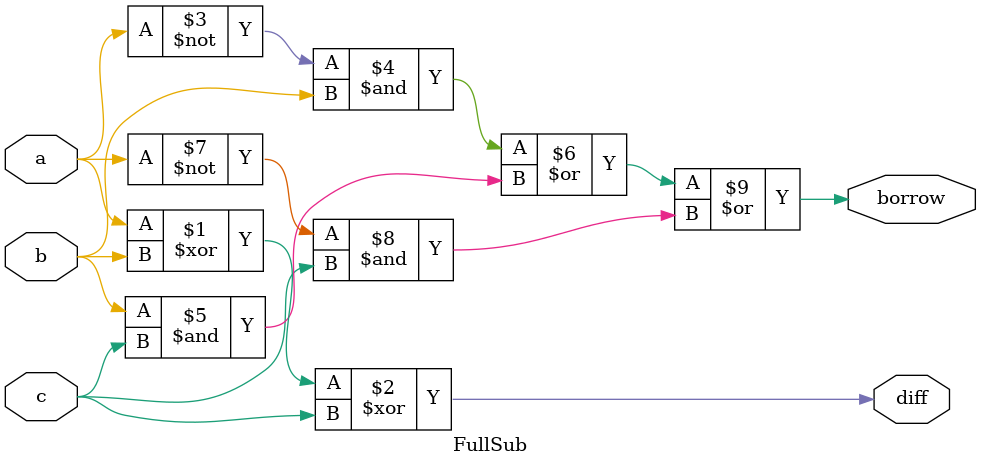
<source format=v>
module FullSub(diff,borrow,a,b,c);
	input a,b,c;
	output diff,borrow;
	assign diff=a^b^c;
	assign borrow=(~a&b)|(b&c)|(~a&c);
endmodule

</source>
